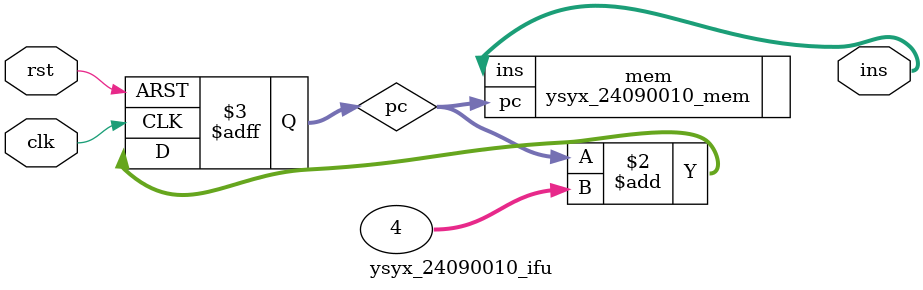
<source format=v>
module ysyx_24090010_ifu
(
    input clk,
    input rst,
    output [31:0] ins
        

);
    reg [31:0] pc;
    always @(posedge clk or posedge rst) begin
        if(rst) begin
            pc <= 32'h80000000;
        end
        else begin
            pc <= pc + 4;
        end
    end
    ysyx_24090010_mem mem (
        .pc(pc),
        .ins(ins)
    );

endmodule
</source>
